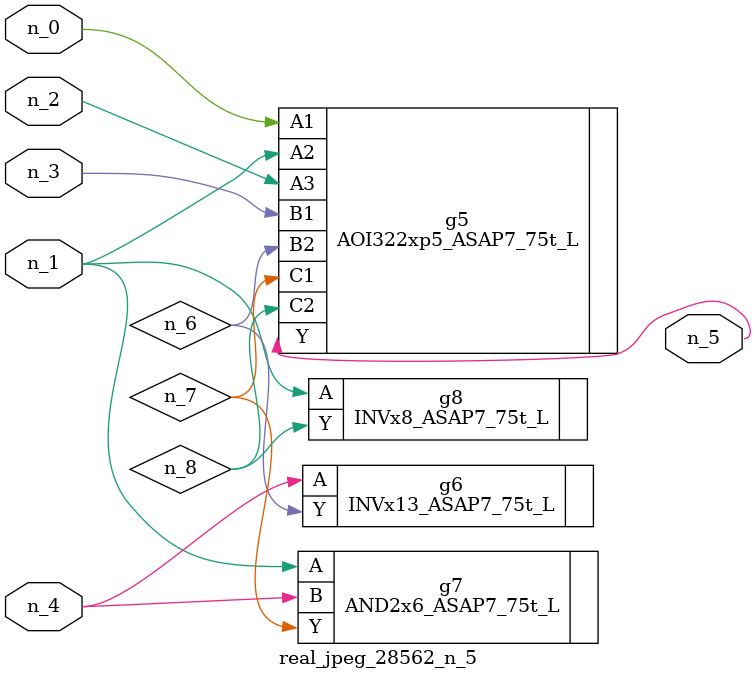
<source format=v>
module real_jpeg_28562_n_5 (n_4, n_0, n_1, n_2, n_3, n_5);

input n_4;
input n_0;
input n_1;
input n_2;
input n_3;

output n_5;

wire n_8;
wire n_6;
wire n_7;

AOI322xp5_ASAP7_75t_L g5 ( 
.A1(n_0),
.A2(n_1),
.A3(n_2),
.B1(n_3),
.B2(n_6),
.C1(n_7),
.C2(n_8),
.Y(n_5)
);

AND2x6_ASAP7_75t_L g7 ( 
.A(n_1),
.B(n_4),
.Y(n_7)
);

INVx8_ASAP7_75t_L g8 ( 
.A(n_1),
.Y(n_8)
);

INVx13_ASAP7_75t_L g6 ( 
.A(n_4),
.Y(n_6)
);


endmodule
</source>
